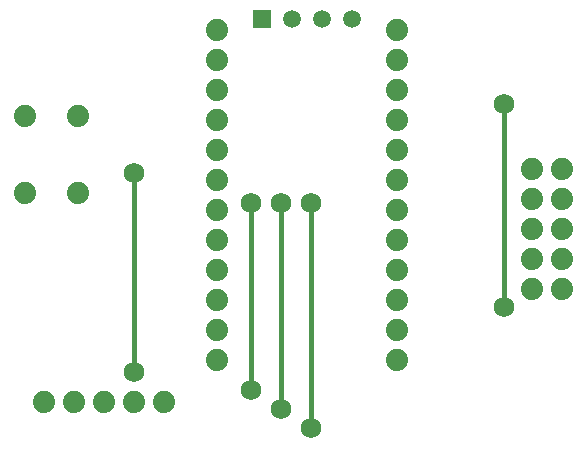
<source format=gbr>
G04 EAGLE Gerber RS-274X export*
G75*
%MOMM*%
%FSLAX34Y34*%
%LPD*%
%INBottom Copper*%
%IPPOS*%
%AMOC8*
5,1,8,0,0,1.08239X$1,22.5*%
G01*
%ADD10C,1.879600*%
%ADD11R,1.508000X1.508000*%
%ADD12C,1.508000*%
%ADD13C,1.752600*%
%ADD14C,0.406400*%


D10*
X381000Y342900D03*
X381000Y317500D03*
X381000Y292100D03*
X381000Y266700D03*
X381000Y241300D03*
X381000Y215900D03*
X381000Y190500D03*
X381000Y165100D03*
X381000Y139700D03*
X381000Y114300D03*
X381000Y88900D03*
X381000Y63500D03*
X228600Y63500D03*
X228600Y88900D03*
X228600Y114300D03*
X228600Y139700D03*
X228600Y165100D03*
X228600Y190500D03*
X228600Y215900D03*
X228600Y241300D03*
X228600Y266700D03*
X228600Y292100D03*
X228600Y317500D03*
X228600Y342900D03*
D11*
X266700Y352425D03*
D12*
X292100Y352425D03*
X317500Y352425D03*
X342900Y352425D03*
D10*
X66294Y205613D03*
X66294Y270637D03*
X111506Y205613D03*
X111506Y270637D03*
X520700Y123825D03*
X495300Y123825D03*
X520700Y149225D03*
X495300Y149225D03*
X520700Y174625D03*
X495300Y174625D03*
X520700Y200025D03*
X495300Y200025D03*
X520700Y225425D03*
X495300Y225425D03*
X82550Y28575D03*
X107950Y28575D03*
X133350Y28575D03*
X158750Y28575D03*
X184150Y28575D03*
D13*
X307975Y196850D03*
D14*
X307975Y6350D01*
D13*
X307975Y6350D03*
X282575Y196850D03*
D14*
X282575Y22225D01*
D13*
X282575Y22225D03*
X257175Y196850D03*
D14*
X257175Y38100D01*
D13*
X257175Y38100D03*
X471932Y108354D03*
D14*
X471932Y281432D01*
X471488Y280988D01*
D13*
X471488Y280988D03*
X158750Y53975D03*
D14*
X158750Y222250D01*
D13*
X158750Y222250D03*
M02*

</source>
